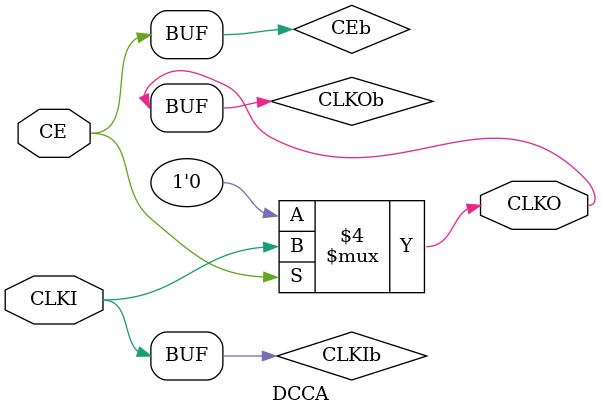
<source format=v>
`resetall
`timescale 1 ns / 1 ps

`celldefine

module DCCA (CLKI, CE, CLKO);
  input  CLKI, CE;
  output CLKO;
  reg    CLKOb;
  wire CLKIb, CEb;

      always @(CLKIb)
      begin
         if (CEb == 1'b1)
            CLKOb <= CLKIb;
         else
            CLKOb <= 1'b0;
      end

   buf  (CLKIb, CLKI);
   buf  (CEb, CE);
   buf  (CLKO, CLKOb);


endmodule

`endcelldefine

</source>
